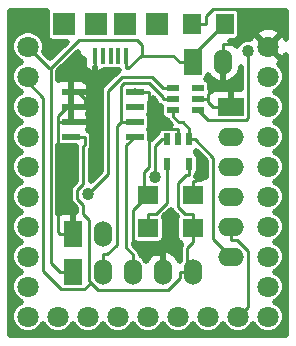
<source format=gbr>
G04 #@! TF.FileFunction,Copper,L1,Top,Signal*
%FSLAX46Y46*%
G04 Gerber Fmt 4.6, Leading zero omitted, Abs format (unit mm)*
G04 Created by KiCad (PCBNEW 0.201509030901+6151~29~ubuntu14.04.1-product) date lun 07 set 2015 18:00:12 CEST*
%MOMM*%
G01*
G04 APERTURE LIST*
%ADD10C,0.100000*%
%ADD11C,1.800000*%
%ADD12R,1.550000X0.600000*%
%ADD13R,1.600200X1.803400*%
%ADD14R,1.803400X1.600200*%
%ADD15R,1.524000X2.199640*%
%ADD16O,1.524000X2.199640*%
%ADD17R,2.199640X1.524000*%
%ADD18O,2.199640X1.524000*%
%ADD19R,1.000760X0.599440*%
%ADD20R,0.599440X1.000760*%
%ADD21R,1.897380X1.897380*%
%ADD22R,0.398780X1.348740*%
%ADD23R,0.398780X1.346200*%
%ADD24C,1.035000*%
%ADD25C,0.254000*%
%ADD26C,0.508000*%
G04 APERTURE END LIST*
D10*
D11*
X138430000Y-92710000D03*
X138430000Y-95250000D03*
X138430000Y-97790000D03*
X138430000Y-100330000D03*
X138430000Y-102870000D03*
X138430000Y-105410000D03*
X138430000Y-107950000D03*
X138430000Y-110490000D03*
X138430000Y-113030000D03*
X138430000Y-115570000D03*
X140970000Y-115570000D03*
X143510000Y-115570000D03*
X146050000Y-115570000D03*
X148590000Y-115570000D03*
X151130000Y-115570000D03*
X153670000Y-115570000D03*
X156210000Y-115570000D03*
X158750000Y-113030000D03*
X158750000Y-110490000D03*
X158750000Y-107950000D03*
X158750000Y-105410000D03*
X158750000Y-102870000D03*
X158750000Y-100330000D03*
X158750000Y-97790000D03*
X158750000Y-95250000D03*
X158750000Y-115570000D03*
X158750000Y-92710000D03*
D12*
X147480000Y-100330000D03*
X147480000Y-99060000D03*
X147480000Y-97790000D03*
X147480000Y-96520000D03*
X142080000Y-96520000D03*
X142080000Y-97790000D03*
X142080000Y-99060000D03*
X142080000Y-100330000D03*
D13*
X155067000Y-90805000D03*
X152273000Y-90805000D03*
D14*
X148590000Y-108077000D03*
X148590000Y-105283000D03*
X152400000Y-108077000D03*
X152400000Y-105283000D03*
D15*
X152400000Y-93980000D03*
D16*
X154940000Y-93980000D03*
D17*
X155575000Y-97790000D03*
D18*
X155575000Y-100330000D03*
X155575000Y-102870000D03*
X155575000Y-105410000D03*
X155575000Y-107950000D03*
X155575000Y-110490000D03*
D15*
X142240000Y-111760000D03*
D16*
X144780000Y-111760000D03*
X147320000Y-111760000D03*
X149860000Y-111760000D03*
X152400000Y-111760000D03*
D15*
X142240000Y-108585000D03*
D16*
X144780000Y-108585000D03*
D19*
X152821640Y-98107500D03*
X152821640Y-96202500D03*
X152821640Y-97155000D03*
X150708360Y-96202500D03*
X150708360Y-98107500D03*
X150708360Y-97155000D03*
D20*
X152082500Y-100543360D03*
X150177500Y-100543360D03*
X151130000Y-100543360D03*
X150177500Y-102656640D03*
X152082500Y-102656640D03*
D21*
X146613880Y-90805000D03*
X144216120Y-90805000D03*
X141465300Y-90805000D03*
X149364700Y-90805000D03*
D22*
X146715480Y-93479620D03*
D23*
X146062700Y-93479620D03*
X145415000Y-93479620D03*
X144767300Y-93479620D03*
X144114520Y-93479620D03*
D24*
X152984300Y-103651700D03*
X149231500Y-99568500D03*
X144304300Y-97046000D03*
X149170100Y-103703400D03*
X157026100Y-93108400D03*
X143505100Y-105220000D03*
D25*
X157058700Y-114721300D02*
X156210000Y-115570000D01*
X157058700Y-110005400D02*
X157058700Y-114721300D01*
X156146600Y-109093300D02*
X157058700Y-110005400D01*
X155575000Y-109093300D02*
X156146600Y-109093300D01*
X155575000Y-107950000D02*
X155575000Y-109093300D01*
X149254500Y-106895600D02*
X148590000Y-106895600D01*
X150177500Y-105972600D02*
X149254500Y-106895600D01*
X150177500Y-102656600D02*
X150177500Y-105972600D01*
X148590000Y-108077000D02*
X148590000Y-106895600D01*
X149860000Y-111760000D02*
X149860000Y-110278800D01*
X144114500Y-93479600D02*
X144114500Y-94534000D01*
X144114500Y-95641800D02*
X143236300Y-96520000D01*
X144114500Y-94534000D02*
X144114500Y-95641800D01*
X142080000Y-97790000D02*
X141791000Y-97790000D01*
X140923700Y-98585000D02*
X140923700Y-99060000D01*
X141718700Y-97790000D02*
X140923700Y-98585000D01*
X141791000Y-97790000D02*
X141718700Y-97790000D01*
X142080000Y-99060000D02*
X140923700Y-99060000D01*
X140923700Y-108412000D02*
X140923700Y-99060000D01*
X141096700Y-108585000D02*
X140923700Y-108412000D01*
X142240000Y-108585000D02*
X141096700Y-108585000D01*
X142080000Y-96520000D02*
X142658200Y-96520000D01*
X142658200Y-96520000D02*
X143236300Y-96520000D01*
X142080000Y-97790000D02*
X143236300Y-97790000D01*
X155575000Y-97790000D02*
X154093900Y-97790000D01*
X152821600Y-97155000D02*
X153576200Y-97155000D01*
X148497300Y-110278800D02*
X149860000Y-110278800D01*
X147306900Y-109088400D02*
X148497300Y-110278800D01*
X147306900Y-106566100D02*
X147306900Y-109088400D01*
X148590000Y-105283000D02*
X147306900Y-106566100D01*
X152400000Y-105283000D02*
X152400000Y-104101600D01*
X152534400Y-104101600D02*
X152400000Y-104101600D01*
X152984300Y-103651700D02*
X152534400Y-104101600D01*
X147480000Y-96520000D02*
X148636300Y-96520000D01*
X148636300Y-98973300D02*
X149231500Y-99568500D01*
X148636300Y-96520000D02*
X148636300Y-98973300D01*
X151130000Y-100543400D02*
X151130000Y-99661700D01*
X148249600Y-104942600D02*
X148590000Y-105283000D01*
X148249600Y-103322100D02*
X148249600Y-104942600D01*
X148661700Y-102910000D02*
X148249600Y-103322100D01*
X148661700Y-100324700D02*
X148661700Y-102910000D01*
X149324700Y-99661700D02*
X148661700Y-100324700D01*
X149231500Y-99568500D02*
X149324700Y-99661700D01*
X149324700Y-99661700D02*
X151130000Y-99661700D01*
X153576200Y-97155000D02*
X153703300Y-97155000D01*
X153703300Y-97399400D02*
X154093900Y-97790000D01*
X153703300Y-97155000D02*
X153703300Y-97399400D01*
X153703300Y-96697900D02*
X154940000Y-95461200D01*
X153703300Y-97155000D02*
X153703300Y-96697900D01*
X143288400Y-97046000D02*
X143236300Y-97098100D01*
X144304300Y-97046000D02*
X143288400Y-97046000D01*
X142658200Y-96520000D02*
X143236300Y-97098100D01*
X143236300Y-97098100D02*
X143236300Y-97790000D01*
X152273000Y-90805000D02*
X153454400Y-90805000D01*
X154940000Y-94131500D02*
X154940000Y-95461200D01*
X154940000Y-94131500D02*
X154940000Y-93980000D01*
X154940000Y-93980000D02*
X154940000Y-92498800D01*
X158750000Y-92710000D02*
X157147600Y-91107600D01*
X155756400Y-92498800D02*
X157147600Y-91107600D01*
X154940000Y-92498800D02*
X155756400Y-92498800D01*
X153454400Y-90140500D02*
X153454400Y-90805000D01*
X154073000Y-89521900D02*
X153454400Y-90140500D01*
X156121000Y-89521900D02*
X154073000Y-89521900D01*
X157147600Y-90548500D02*
X156121000Y-89521900D01*
X157147600Y-91107600D02*
X157147600Y-90548500D01*
X142240000Y-111760000D02*
X141096700Y-111760000D01*
X146715500Y-93479600D02*
X146715500Y-94535300D01*
X140236300Y-94516300D02*
X140371500Y-94516300D01*
X138430000Y-92710000D02*
X140236300Y-94516300D01*
X140371500Y-111034800D02*
X141096700Y-111760000D01*
X140371500Y-94516300D02*
X140371500Y-111034800D01*
X152542800Y-100543400D02*
X152082500Y-100543400D01*
X154093700Y-102094300D02*
X152542800Y-100543400D01*
X154093700Y-109008700D02*
X154093700Y-102094300D01*
X155575000Y-110490000D02*
X154093700Y-109008700D01*
X150708400Y-98620700D02*
X150708400Y-98107500D01*
X151200800Y-99113100D02*
X150708400Y-98620700D01*
X151533900Y-99113100D02*
X151200800Y-99113100D01*
X152082500Y-99661700D02*
X151533900Y-99113100D01*
X152082500Y-100543400D02*
X152082500Y-99661700D01*
X149742400Y-100543400D02*
X150177500Y-100543400D01*
X149170100Y-101115700D02*
X149742400Y-100543400D01*
X149170100Y-103703400D02*
X149170100Y-101115700D01*
X142733500Y-92154300D02*
X140371500Y-94516300D01*
X147670600Y-92154300D02*
X142733500Y-92154300D01*
X148107700Y-92591400D02*
X147670600Y-92154300D01*
X148107700Y-93455300D02*
X148107700Y-92591400D01*
X147974300Y-93455300D02*
X148107700Y-93455300D01*
X146894300Y-94535300D02*
X147974300Y-93455300D01*
X146715500Y-94535300D02*
X146894300Y-94535300D01*
X150732000Y-93455300D02*
X151256700Y-93980000D01*
X148107700Y-93455300D02*
X150732000Y-93455300D01*
X152400000Y-93980000D02*
X151828400Y-93980000D01*
X151828400Y-93980000D02*
X151256700Y-93980000D01*
X155003400Y-90805000D02*
X155067000Y-90805000D01*
X151828400Y-93980000D02*
X155003400Y-90805000D01*
X142080000Y-100330000D02*
X143236300Y-100330000D01*
X151735500Y-106895600D02*
X152400000Y-106895600D01*
X151101200Y-106261300D02*
X151735500Y-106895600D01*
X151101200Y-104264200D02*
X151101200Y-106261300D01*
X151827100Y-103538300D02*
X151101200Y-104264200D01*
X152082500Y-103538300D02*
X151827100Y-103538300D01*
X152082500Y-102656600D02*
X152082500Y-103538300D01*
X152400000Y-108077000D02*
X152400000Y-106895600D01*
X138430000Y-95719000D02*
X138430000Y-95250000D01*
X139728000Y-97017000D02*
X138430000Y-95719000D01*
X139728000Y-111732400D02*
X139728000Y-97017000D01*
X141236800Y-113241200D02*
X139728000Y-111732400D01*
X143172000Y-113241200D02*
X141236800Y-113241200D01*
X143729600Y-112683600D02*
X143172000Y-113241200D01*
X151256700Y-112331600D02*
X151256700Y-111760000D01*
X150292600Y-113295700D02*
X151256700Y-112331600D01*
X144341600Y-113295700D02*
X150292600Y-113295700D01*
X143729600Y-112683600D02*
X144341600Y-113295700D01*
X152400000Y-111760000D02*
X151927600Y-111760000D01*
X151927600Y-111760000D02*
X151256700Y-111760000D01*
X151927600Y-109730800D02*
X152400000Y-109258400D01*
X151927600Y-111760000D02*
X151927600Y-109730800D01*
X152400000Y-108077000D02*
X152400000Y-109258400D01*
X153647500Y-98933400D02*
X152821600Y-98107500D01*
X156869300Y-98933400D02*
X153647500Y-98933400D01*
X157082600Y-98720100D02*
X156869300Y-98933400D01*
X157082600Y-93164900D02*
X157082600Y-98720100D01*
X157026100Y-93108400D02*
X157082600Y-93164900D01*
X143577000Y-112531100D02*
X143729600Y-112683600D01*
X143577000Y-107392000D02*
X143577000Y-112531100D01*
X143090700Y-106905700D02*
X143577000Y-107392000D01*
X143090700Y-106076600D02*
X143090700Y-106905700D01*
X142606300Y-105592200D02*
X143090700Y-106076600D01*
X142606300Y-104847800D02*
X142606300Y-105592200D01*
X143093700Y-104360400D02*
X142606300Y-104847800D01*
X143093700Y-101154000D02*
X143093700Y-104360400D01*
X143236300Y-101011400D02*
X143093700Y-101154000D01*
X143236300Y-100330000D02*
X143236300Y-101011400D01*
X144780000Y-111760000D02*
X144780000Y-110278800D01*
X147480000Y-99060000D02*
X146323700Y-99060000D01*
X150708400Y-97155000D02*
X149826700Y-97155000D01*
X146323700Y-96055900D02*
X146323700Y-99060000D01*
X146577200Y-95802400D02*
X146323700Y-96055900D01*
X148637700Y-95802400D02*
X146577200Y-95802400D01*
X149826700Y-96991400D02*
X148637700Y-95802400D01*
X149826700Y-97155000D02*
X149826700Y-96991400D01*
X145103500Y-110278800D02*
X144780000Y-110278800D01*
X145927800Y-109454500D02*
X145103500Y-110278800D01*
X145927800Y-99455900D02*
X145927800Y-109454500D01*
X146323700Y-99060000D02*
X145927800Y-99455900D01*
X146761000Y-101049000D02*
X147480000Y-100330000D01*
X146761000Y-109719800D02*
X146761000Y-101049000D01*
X147320000Y-110278800D02*
X146761000Y-109719800D01*
X147320000Y-111760000D02*
X147320000Y-110278800D01*
X145217800Y-103507300D02*
X143505100Y-105220000D01*
X145217800Y-96430300D02*
X145217800Y-103507300D01*
X146374900Y-95273200D02*
X145217800Y-96430300D01*
X148897400Y-95273200D02*
X146374900Y-95273200D01*
X149826700Y-96202500D02*
X148897400Y-95273200D01*
X150708400Y-96202500D02*
X149826700Y-96202500D01*
D26*
G36*
X139998658Y-89856310D02*
X139998658Y-91753690D01*
X140034080Y-91941943D01*
X140145338Y-92114843D01*
X140315098Y-92230835D01*
X140516610Y-92271642D01*
X141718133Y-92271642D01*
X140303900Y-93685874D01*
X139770732Y-93152706D01*
X139837755Y-92991297D01*
X139838244Y-92431160D01*
X139624340Y-91913474D01*
X139228609Y-91517052D01*
X138711297Y-91302245D01*
X138151160Y-91301756D01*
X137633474Y-91515660D01*
X137237052Y-91911391D01*
X137022245Y-92428703D01*
X137021756Y-92988840D01*
X137235660Y-93506526D01*
X137631391Y-93902948D01*
X137816769Y-93979924D01*
X137633474Y-94055660D01*
X137237052Y-94451391D01*
X137022245Y-94968703D01*
X137021756Y-95528840D01*
X137235660Y-96046526D01*
X137631391Y-96442948D01*
X137816769Y-96519924D01*
X137633474Y-96595660D01*
X137237052Y-96991391D01*
X137022245Y-97508703D01*
X137021756Y-98068840D01*
X137235660Y-98586526D01*
X137631391Y-98982948D01*
X137816769Y-99059924D01*
X137633474Y-99135660D01*
X137237052Y-99531391D01*
X137022245Y-100048703D01*
X137021756Y-100608840D01*
X137235660Y-101126526D01*
X137631391Y-101522948D01*
X137816769Y-101599924D01*
X137633474Y-101675660D01*
X137237052Y-102071391D01*
X137022245Y-102588703D01*
X137021756Y-103148840D01*
X137235660Y-103666526D01*
X137631391Y-104062948D01*
X137816769Y-104139924D01*
X137633474Y-104215660D01*
X137237052Y-104611391D01*
X137022245Y-105128703D01*
X137021756Y-105688840D01*
X137235660Y-106206526D01*
X137631391Y-106602948D01*
X137816769Y-106679924D01*
X137633474Y-106755660D01*
X137237052Y-107151391D01*
X137022245Y-107668703D01*
X137021756Y-108228840D01*
X137235660Y-108746526D01*
X137631391Y-109142948D01*
X137816769Y-109219924D01*
X137633474Y-109295660D01*
X137237052Y-109691391D01*
X137022245Y-110208703D01*
X137021756Y-110768840D01*
X137235660Y-111286526D01*
X137631391Y-111682948D01*
X137816769Y-111759924D01*
X137633474Y-111835660D01*
X137237052Y-112231391D01*
X137022245Y-112748703D01*
X137021756Y-113308840D01*
X137235660Y-113826526D01*
X137631391Y-114222948D01*
X137816769Y-114299924D01*
X137633474Y-114375660D01*
X137237052Y-114771391D01*
X137022245Y-115288703D01*
X137021756Y-115848840D01*
X137235660Y-116366526D01*
X137631391Y-116762948D01*
X138148703Y-116977755D01*
X138708840Y-116978244D01*
X139226526Y-116764340D01*
X139622948Y-116368609D01*
X139699924Y-116183231D01*
X139775660Y-116366526D01*
X140171391Y-116762948D01*
X140688703Y-116977755D01*
X141248840Y-116978244D01*
X141766526Y-116764340D01*
X142162948Y-116368609D01*
X142239924Y-116183231D01*
X142315660Y-116366526D01*
X142711391Y-116762948D01*
X143228703Y-116977755D01*
X143788840Y-116978244D01*
X144306526Y-116764340D01*
X144702948Y-116368609D01*
X144779924Y-116183231D01*
X144855660Y-116366526D01*
X145251391Y-116762948D01*
X145768703Y-116977755D01*
X146328840Y-116978244D01*
X146846526Y-116764340D01*
X147242948Y-116368609D01*
X147319924Y-116183231D01*
X147395660Y-116366526D01*
X147791391Y-116762948D01*
X148308703Y-116977755D01*
X148868840Y-116978244D01*
X149386526Y-116764340D01*
X149782948Y-116368609D01*
X149859924Y-116183231D01*
X149935660Y-116366526D01*
X150331391Y-116762948D01*
X150848703Y-116977755D01*
X151408840Y-116978244D01*
X151926526Y-116764340D01*
X152322948Y-116368609D01*
X152399924Y-116183231D01*
X152475660Y-116366526D01*
X152871391Y-116762948D01*
X153388703Y-116977755D01*
X153948840Y-116978244D01*
X154466526Y-116764340D01*
X154862948Y-116368609D01*
X154939924Y-116183231D01*
X155015660Y-116366526D01*
X155411391Y-116762948D01*
X155928703Y-116977755D01*
X156488840Y-116978244D01*
X157006526Y-116764340D01*
X157402948Y-116368609D01*
X157479924Y-116183231D01*
X157555660Y-116366526D01*
X157951391Y-116762948D01*
X158468703Y-116977755D01*
X159028840Y-116978244D01*
X159546526Y-116764340D01*
X159942948Y-116368609D01*
X160157755Y-115851297D01*
X160158244Y-115291160D01*
X159944340Y-114773474D01*
X159548609Y-114377052D01*
X159363231Y-114300076D01*
X159546526Y-114224340D01*
X159942948Y-113828609D01*
X160157755Y-113311297D01*
X160158244Y-112751160D01*
X159944340Y-112233474D01*
X159548609Y-111837052D01*
X159363231Y-111760076D01*
X159546526Y-111684340D01*
X159942948Y-111288609D01*
X160157755Y-110771297D01*
X160158244Y-110211160D01*
X159944340Y-109693474D01*
X159548609Y-109297052D01*
X159363231Y-109220076D01*
X159546526Y-109144340D01*
X159942948Y-108748609D01*
X160157755Y-108231297D01*
X160158244Y-107671160D01*
X159944340Y-107153474D01*
X159548609Y-106757052D01*
X159363231Y-106680076D01*
X159546526Y-106604340D01*
X159942948Y-106208609D01*
X160157755Y-105691297D01*
X160158244Y-105131160D01*
X159944340Y-104613474D01*
X159548609Y-104217052D01*
X159363231Y-104140076D01*
X159546526Y-104064340D01*
X159942948Y-103668609D01*
X160157755Y-103151297D01*
X160158244Y-102591160D01*
X159944340Y-102073474D01*
X159548609Y-101677052D01*
X159363231Y-101600076D01*
X159546526Y-101524340D01*
X159942948Y-101128609D01*
X160157755Y-100611297D01*
X160158244Y-100051160D01*
X159944340Y-99533474D01*
X159548609Y-99137052D01*
X159363231Y-99060076D01*
X159546526Y-98984340D01*
X159942948Y-98588609D01*
X160157755Y-98071297D01*
X160158244Y-97511160D01*
X159944340Y-96993474D01*
X159548609Y-96597052D01*
X159363231Y-96520076D01*
X159546526Y-96444340D01*
X159942948Y-96048609D01*
X160157755Y-95531297D01*
X160158244Y-94971160D01*
X159944340Y-94453474D01*
X159642650Y-94151258D01*
X159746232Y-94082047D01*
X159813722Y-93774429D01*
X158750000Y-92710707D01*
X158735858Y-92724850D01*
X158735151Y-92724143D01*
X158749293Y-92710000D01*
X157685571Y-91646278D01*
X157377953Y-91713768D01*
X157207840Y-92083058D01*
X156823010Y-92082722D01*
X156445960Y-92238516D01*
X156157230Y-92526742D01*
X156094472Y-92677880D01*
X156017984Y-92563489D01*
X155523130Y-92233073D01*
X155493272Y-92224652D01*
X155867100Y-92224652D01*
X156055353Y-92189230D01*
X156228253Y-92077972D01*
X156344245Y-91908212D01*
X156385052Y-91706700D01*
X156385052Y-91645571D01*
X157686278Y-91645571D01*
X158750000Y-92709293D01*
X159813722Y-91645571D01*
X159746232Y-91337953D01*
X159145339Y-91061153D01*
X158484259Y-91035375D01*
X157863636Y-91264542D01*
X157753768Y-91337953D01*
X157686278Y-91645571D01*
X156385052Y-91645571D01*
X156385052Y-89903300D01*
X156349630Y-89715047D01*
X156315495Y-89662000D01*
X160274000Y-89662000D01*
X160274000Y-92036341D01*
X160195458Y-91823636D01*
X160122047Y-91713768D01*
X159814429Y-91646278D01*
X158750707Y-92710000D01*
X159814429Y-93773722D01*
X160122047Y-93706232D01*
X160274000Y-93376364D01*
X160274000Y-117094000D01*
X136906000Y-117094000D01*
X136906000Y-89662000D01*
X140038007Y-89662000D01*
X139998658Y-89856310D01*
X139998658Y-89856310D01*
G37*
X139998658Y-89856310D02*
X139998658Y-91753690D01*
X140034080Y-91941943D01*
X140145338Y-92114843D01*
X140315098Y-92230835D01*
X140516610Y-92271642D01*
X141718133Y-92271642D01*
X140303900Y-93685874D01*
X139770732Y-93152706D01*
X139837755Y-92991297D01*
X139838244Y-92431160D01*
X139624340Y-91913474D01*
X139228609Y-91517052D01*
X138711297Y-91302245D01*
X138151160Y-91301756D01*
X137633474Y-91515660D01*
X137237052Y-91911391D01*
X137022245Y-92428703D01*
X137021756Y-92988840D01*
X137235660Y-93506526D01*
X137631391Y-93902948D01*
X137816769Y-93979924D01*
X137633474Y-94055660D01*
X137237052Y-94451391D01*
X137022245Y-94968703D01*
X137021756Y-95528840D01*
X137235660Y-96046526D01*
X137631391Y-96442948D01*
X137816769Y-96519924D01*
X137633474Y-96595660D01*
X137237052Y-96991391D01*
X137022245Y-97508703D01*
X137021756Y-98068840D01*
X137235660Y-98586526D01*
X137631391Y-98982948D01*
X137816769Y-99059924D01*
X137633474Y-99135660D01*
X137237052Y-99531391D01*
X137022245Y-100048703D01*
X137021756Y-100608840D01*
X137235660Y-101126526D01*
X137631391Y-101522948D01*
X137816769Y-101599924D01*
X137633474Y-101675660D01*
X137237052Y-102071391D01*
X137022245Y-102588703D01*
X137021756Y-103148840D01*
X137235660Y-103666526D01*
X137631391Y-104062948D01*
X137816769Y-104139924D01*
X137633474Y-104215660D01*
X137237052Y-104611391D01*
X137022245Y-105128703D01*
X137021756Y-105688840D01*
X137235660Y-106206526D01*
X137631391Y-106602948D01*
X137816769Y-106679924D01*
X137633474Y-106755660D01*
X137237052Y-107151391D01*
X137022245Y-107668703D01*
X137021756Y-108228840D01*
X137235660Y-108746526D01*
X137631391Y-109142948D01*
X137816769Y-109219924D01*
X137633474Y-109295660D01*
X137237052Y-109691391D01*
X137022245Y-110208703D01*
X137021756Y-110768840D01*
X137235660Y-111286526D01*
X137631391Y-111682948D01*
X137816769Y-111759924D01*
X137633474Y-111835660D01*
X137237052Y-112231391D01*
X137022245Y-112748703D01*
X137021756Y-113308840D01*
X137235660Y-113826526D01*
X137631391Y-114222948D01*
X137816769Y-114299924D01*
X137633474Y-114375660D01*
X137237052Y-114771391D01*
X137022245Y-115288703D01*
X137021756Y-115848840D01*
X137235660Y-116366526D01*
X137631391Y-116762948D01*
X138148703Y-116977755D01*
X138708840Y-116978244D01*
X139226526Y-116764340D01*
X139622948Y-116368609D01*
X139699924Y-116183231D01*
X139775660Y-116366526D01*
X140171391Y-116762948D01*
X140688703Y-116977755D01*
X141248840Y-116978244D01*
X141766526Y-116764340D01*
X142162948Y-116368609D01*
X142239924Y-116183231D01*
X142315660Y-116366526D01*
X142711391Y-116762948D01*
X143228703Y-116977755D01*
X143788840Y-116978244D01*
X144306526Y-116764340D01*
X144702948Y-116368609D01*
X144779924Y-116183231D01*
X144855660Y-116366526D01*
X145251391Y-116762948D01*
X145768703Y-116977755D01*
X146328840Y-116978244D01*
X146846526Y-116764340D01*
X147242948Y-116368609D01*
X147319924Y-116183231D01*
X147395660Y-116366526D01*
X147791391Y-116762948D01*
X148308703Y-116977755D01*
X148868840Y-116978244D01*
X149386526Y-116764340D01*
X149782948Y-116368609D01*
X149859924Y-116183231D01*
X149935660Y-116366526D01*
X150331391Y-116762948D01*
X150848703Y-116977755D01*
X151408840Y-116978244D01*
X151926526Y-116764340D01*
X152322948Y-116368609D01*
X152399924Y-116183231D01*
X152475660Y-116366526D01*
X152871391Y-116762948D01*
X153388703Y-116977755D01*
X153948840Y-116978244D01*
X154466526Y-116764340D01*
X154862948Y-116368609D01*
X154939924Y-116183231D01*
X155015660Y-116366526D01*
X155411391Y-116762948D01*
X155928703Y-116977755D01*
X156488840Y-116978244D01*
X157006526Y-116764340D01*
X157402948Y-116368609D01*
X157479924Y-116183231D01*
X157555660Y-116366526D01*
X157951391Y-116762948D01*
X158468703Y-116977755D01*
X159028840Y-116978244D01*
X159546526Y-116764340D01*
X159942948Y-116368609D01*
X160157755Y-115851297D01*
X160158244Y-115291160D01*
X159944340Y-114773474D01*
X159548609Y-114377052D01*
X159363231Y-114300076D01*
X159546526Y-114224340D01*
X159942948Y-113828609D01*
X160157755Y-113311297D01*
X160158244Y-112751160D01*
X159944340Y-112233474D01*
X159548609Y-111837052D01*
X159363231Y-111760076D01*
X159546526Y-111684340D01*
X159942948Y-111288609D01*
X160157755Y-110771297D01*
X160158244Y-110211160D01*
X159944340Y-109693474D01*
X159548609Y-109297052D01*
X159363231Y-109220076D01*
X159546526Y-109144340D01*
X159942948Y-108748609D01*
X160157755Y-108231297D01*
X160158244Y-107671160D01*
X159944340Y-107153474D01*
X159548609Y-106757052D01*
X159363231Y-106680076D01*
X159546526Y-106604340D01*
X159942948Y-106208609D01*
X160157755Y-105691297D01*
X160158244Y-105131160D01*
X159944340Y-104613474D01*
X159548609Y-104217052D01*
X159363231Y-104140076D01*
X159546526Y-104064340D01*
X159942948Y-103668609D01*
X160157755Y-103151297D01*
X160158244Y-102591160D01*
X159944340Y-102073474D01*
X159548609Y-101677052D01*
X159363231Y-101600076D01*
X159546526Y-101524340D01*
X159942948Y-101128609D01*
X160157755Y-100611297D01*
X160158244Y-100051160D01*
X159944340Y-99533474D01*
X159548609Y-99137052D01*
X159363231Y-99060076D01*
X159546526Y-98984340D01*
X159942948Y-98588609D01*
X160157755Y-98071297D01*
X160158244Y-97511160D01*
X159944340Y-96993474D01*
X159548609Y-96597052D01*
X159363231Y-96520076D01*
X159546526Y-96444340D01*
X159942948Y-96048609D01*
X160157755Y-95531297D01*
X160158244Y-94971160D01*
X159944340Y-94453474D01*
X159642650Y-94151258D01*
X159746232Y-94082047D01*
X159813722Y-93774429D01*
X158750000Y-92710707D01*
X158735858Y-92724850D01*
X158735151Y-92724143D01*
X158749293Y-92710000D01*
X157685571Y-91646278D01*
X157377953Y-91713768D01*
X157207840Y-92083058D01*
X156823010Y-92082722D01*
X156445960Y-92238516D01*
X156157230Y-92526742D01*
X156094472Y-92677880D01*
X156017984Y-92563489D01*
X155523130Y-92233073D01*
X155493272Y-92224652D01*
X155867100Y-92224652D01*
X156055353Y-92189230D01*
X156228253Y-92077972D01*
X156344245Y-91908212D01*
X156385052Y-91706700D01*
X156385052Y-91645571D01*
X157686278Y-91645571D01*
X158750000Y-92709293D01*
X159813722Y-91645571D01*
X159746232Y-91337953D01*
X159145339Y-91061153D01*
X158484259Y-91035375D01*
X157863636Y-91264542D01*
X157753768Y-91337953D01*
X157686278Y-91645571D01*
X156385052Y-91645571D01*
X156385052Y-89903300D01*
X156349630Y-89715047D01*
X156315495Y-89662000D01*
X160274000Y-89662000D01*
X160274000Y-92036341D01*
X160195458Y-91823636D01*
X160122047Y-91713768D01*
X159814429Y-91646278D01*
X158750707Y-92710000D01*
X159814429Y-93773722D01*
X160122047Y-93706232D01*
X160274000Y-93376364D01*
X160274000Y-117094000D01*
X136906000Y-117094000D01*
X136906000Y-89662000D01*
X140038007Y-89662000D01*
X139998658Y-89856310D01*
G36*
X150652187Y-106710313D02*
X151020499Y-107078625D01*
X150980348Y-107276900D01*
X150980348Y-108877100D01*
X151015770Y-109065353D01*
X151127028Y-109238253D01*
X151296788Y-109354245D01*
X151414275Y-109378037D01*
X151340936Y-109487796D01*
X151292600Y-109730800D01*
X151292600Y-110806006D01*
X151269279Y-110840908D01*
X151268725Y-110838126D01*
X150937984Y-110343489D01*
X150443130Y-110013073D01*
X150099056Y-109916033D01*
X149860500Y-110087930D01*
X149860500Y-111759500D01*
X149880500Y-111759500D01*
X149880500Y-111760500D01*
X149860500Y-111760500D01*
X149860500Y-111780500D01*
X149859500Y-111780500D01*
X149859500Y-111760500D01*
X149839500Y-111760500D01*
X149839500Y-111759500D01*
X149859500Y-111759500D01*
X149859500Y-110087930D01*
X149620944Y-109916033D01*
X149276870Y-110013073D01*
X148782016Y-110343489D01*
X148451275Y-110838126D01*
X148450721Y-110840908D01*
X148218026Y-110492655D01*
X147955000Y-110316907D01*
X147955000Y-110278800D01*
X147935951Y-110183035D01*
X147906664Y-110035795D01*
X147769013Y-109829787D01*
X147396000Y-109456774D01*
X147396000Y-109292212D01*
X147486788Y-109354245D01*
X147688300Y-109395052D01*
X149491700Y-109395052D01*
X149679953Y-109359630D01*
X149852853Y-109248372D01*
X149968845Y-109078612D01*
X150009652Y-108877100D01*
X150009652Y-107276900D01*
X149974230Y-107088647D01*
X149968454Y-107079672D01*
X150526266Y-106521860D01*
X150652187Y-106710313D01*
X150652187Y-106710313D01*
G37*
X150652187Y-106710313D02*
X151020499Y-107078625D01*
X150980348Y-107276900D01*
X150980348Y-108877100D01*
X151015770Y-109065353D01*
X151127028Y-109238253D01*
X151296788Y-109354245D01*
X151414275Y-109378037D01*
X151340936Y-109487796D01*
X151292600Y-109730800D01*
X151292600Y-110806006D01*
X151269279Y-110840908D01*
X151268725Y-110838126D01*
X150937984Y-110343489D01*
X150443130Y-110013073D01*
X150099056Y-109916033D01*
X149860500Y-110087930D01*
X149860500Y-111759500D01*
X149880500Y-111759500D01*
X149880500Y-111760500D01*
X149860500Y-111760500D01*
X149860500Y-111780500D01*
X149859500Y-111780500D01*
X149859500Y-111760500D01*
X149839500Y-111760500D01*
X149839500Y-111759500D01*
X149859500Y-111759500D01*
X149859500Y-110087930D01*
X149620944Y-109916033D01*
X149276870Y-110013073D01*
X148782016Y-110343489D01*
X148451275Y-110838126D01*
X148450721Y-110840908D01*
X148218026Y-110492655D01*
X147955000Y-110316907D01*
X147955000Y-110278800D01*
X147935951Y-110183035D01*
X147906664Y-110035795D01*
X147769013Y-109829787D01*
X147396000Y-109456774D01*
X147396000Y-109292212D01*
X147486788Y-109354245D01*
X147688300Y-109395052D01*
X149491700Y-109395052D01*
X149679953Y-109359630D01*
X149852853Y-109248372D01*
X149968845Y-109078612D01*
X150009652Y-108877100D01*
X150009652Y-107276900D01*
X149974230Y-107088647D01*
X149968454Y-107079672D01*
X150526266Y-106521860D01*
X150652187Y-106710313D01*
G36*
X141103488Y-101107145D02*
X141305000Y-101147952D01*
X142459903Y-101147952D01*
X142458700Y-101154000D01*
X142458700Y-104097374D01*
X142157287Y-104398787D01*
X142019636Y-104604796D01*
X141971300Y-104847800D01*
X141971300Y-105592200D01*
X142019636Y-105835204D01*
X142157287Y-106041213D01*
X142455700Y-106339626D01*
X142455700Y-106722180D01*
X142431250Y-106722180D01*
X142240500Y-106912930D01*
X142240500Y-108584500D01*
X142260500Y-108584500D01*
X142260500Y-108585500D01*
X142240500Y-108585500D01*
X142240500Y-108605500D01*
X142239500Y-108605500D01*
X142239500Y-108585500D01*
X142219500Y-108585500D01*
X142219500Y-108584500D01*
X142239500Y-108584500D01*
X142239500Y-106912930D01*
X142048750Y-106722180D01*
X141326230Y-106722180D01*
X141045795Y-106838340D01*
X141006500Y-106877635D01*
X141006500Y-101040876D01*
X141103488Y-101107145D01*
X141103488Y-101107145D01*
G37*
X141103488Y-101107145D02*
X141305000Y-101147952D01*
X142459903Y-101147952D01*
X142458700Y-101154000D01*
X142458700Y-104097374D01*
X142157287Y-104398787D01*
X142019636Y-104604796D01*
X141971300Y-104847800D01*
X141971300Y-105592200D01*
X142019636Y-105835204D01*
X142157287Y-106041213D01*
X142455700Y-106339626D01*
X142455700Y-106722180D01*
X142431250Y-106722180D01*
X142240500Y-106912930D01*
X142240500Y-108584500D01*
X142260500Y-108584500D01*
X142260500Y-108585500D01*
X142240500Y-108585500D01*
X142240500Y-108605500D01*
X142239500Y-108605500D01*
X142239500Y-108585500D01*
X142219500Y-108585500D01*
X142219500Y-108584500D01*
X142239500Y-108584500D01*
X142239500Y-106912930D01*
X142048750Y-106722180D01*
X141326230Y-106722180D01*
X141045795Y-106838340D01*
X141006500Y-106877635D01*
X141006500Y-101040876D01*
X141103488Y-101107145D01*
G36*
X152400500Y-105282500D02*
X152420500Y-105282500D01*
X152420500Y-105283500D01*
X152400500Y-105283500D01*
X152400500Y-105303500D01*
X152399500Y-105303500D01*
X152399500Y-105283500D01*
X152379500Y-105283500D01*
X152379500Y-105282500D01*
X152399500Y-105282500D01*
X152399500Y-105262500D01*
X152400500Y-105262500D01*
X152400500Y-105282500D01*
X152400500Y-105282500D01*
G37*
X152400500Y-105282500D02*
X152420500Y-105282500D01*
X152420500Y-105283500D01*
X152400500Y-105283500D01*
X152400500Y-105303500D01*
X152399500Y-105303500D01*
X152399500Y-105283500D01*
X152379500Y-105283500D01*
X152379500Y-105282500D01*
X152399500Y-105282500D01*
X152399500Y-105262500D01*
X152400500Y-105262500D01*
X152400500Y-105282500D01*
G36*
X148590500Y-105282500D02*
X148610500Y-105282500D01*
X148610500Y-105283500D01*
X148590500Y-105283500D01*
X148590500Y-105303500D01*
X148589500Y-105303500D01*
X148589500Y-105283500D01*
X148569500Y-105283500D01*
X148569500Y-105282500D01*
X148589500Y-105282500D01*
X148589500Y-105262500D01*
X148590500Y-105262500D01*
X148590500Y-105282500D01*
X148590500Y-105282500D01*
G37*
X148590500Y-105282500D02*
X148610500Y-105282500D01*
X148610500Y-105283500D01*
X148590500Y-105283500D01*
X148590500Y-105303500D01*
X148589500Y-105303500D01*
X148589500Y-105283500D01*
X148569500Y-105283500D01*
X148569500Y-105282500D01*
X148589500Y-105282500D01*
X148589500Y-105262500D01*
X148590500Y-105262500D01*
X148590500Y-105282500D01*
G36*
X142748441Y-93464279D02*
X143003300Y-93719583D01*
X143152130Y-93781382D01*
X143152130Y-94304490D01*
X143268290Y-94584925D01*
X143482925Y-94799560D01*
X143763360Y-94915720D01*
X143923270Y-94915720D01*
X144114020Y-94724970D01*
X144114020Y-94385481D01*
X144115020Y-94387035D01*
X144115020Y-94724970D01*
X144305770Y-94915720D01*
X144465680Y-94915720D01*
X144746115Y-94799560D01*
X144875003Y-94670672D01*
X144966690Y-94670672D01*
X145095719Y-94646394D01*
X145215610Y-94670672D01*
X145614390Y-94670672D01*
X145743419Y-94646394D01*
X145863310Y-94670672D01*
X146107427Y-94670672D01*
X146113083Y-94699107D01*
X145925887Y-94824187D01*
X145925885Y-94824190D01*
X144768787Y-95981287D01*
X144631136Y-96187296D01*
X144582800Y-96430300D01*
X144582800Y-103244274D01*
X143728700Y-104098374D01*
X143728700Y-101395480D01*
X143822964Y-101254404D01*
X143871300Y-101011400D01*
X143871300Y-100330000D01*
X143822964Y-100086996D01*
X143685313Y-99880987D01*
X143512809Y-99765723D01*
X143618000Y-99511770D01*
X143618000Y-99251250D01*
X143427250Y-99060500D01*
X142080500Y-99060500D01*
X142080500Y-99080500D01*
X142079500Y-99080500D01*
X142079500Y-99060500D01*
X142059500Y-99060500D01*
X142059500Y-99059500D01*
X142079500Y-99059500D01*
X142079500Y-97790500D01*
X142080500Y-97790500D01*
X142080500Y-99059500D01*
X143427250Y-99059500D01*
X143618000Y-98868750D01*
X143618000Y-98608230D01*
X143542104Y-98425000D01*
X143618000Y-98241770D01*
X143618000Y-97981250D01*
X143427250Y-97790500D01*
X142080500Y-97790500D01*
X142079500Y-97790500D01*
X142059500Y-97790500D01*
X142059500Y-97789500D01*
X142079500Y-97789500D01*
X142079500Y-96520500D01*
X142080500Y-96520500D01*
X142080500Y-97789500D01*
X143427250Y-97789500D01*
X143618000Y-97598750D01*
X143618000Y-97338230D01*
X143542104Y-97155000D01*
X143618000Y-96971770D01*
X143618000Y-96711250D01*
X143427250Y-96520500D01*
X142080500Y-96520500D01*
X142079500Y-96520500D01*
X142059500Y-96520500D01*
X142059500Y-96519500D01*
X142079500Y-96519500D01*
X142079500Y-95647750D01*
X142080500Y-95647750D01*
X142080500Y-96519500D01*
X143427250Y-96519500D01*
X143618000Y-96328750D01*
X143618000Y-96068230D01*
X143501840Y-95787795D01*
X143287205Y-95573160D01*
X143006770Y-95457000D01*
X142271250Y-95457000D01*
X142080500Y-95647750D01*
X142079500Y-95647750D01*
X141888750Y-95457000D01*
X141153230Y-95457000D01*
X141006500Y-95517778D01*
X141006500Y-94779326D01*
X142623625Y-93162200D01*
X142748441Y-93464279D01*
X142748441Y-93464279D01*
G37*
X142748441Y-93464279D02*
X143003300Y-93719583D01*
X143152130Y-93781382D01*
X143152130Y-94304490D01*
X143268290Y-94584925D01*
X143482925Y-94799560D01*
X143763360Y-94915720D01*
X143923270Y-94915720D01*
X144114020Y-94724970D01*
X144114020Y-94385481D01*
X144115020Y-94387035D01*
X144115020Y-94724970D01*
X144305770Y-94915720D01*
X144465680Y-94915720D01*
X144746115Y-94799560D01*
X144875003Y-94670672D01*
X144966690Y-94670672D01*
X145095719Y-94646394D01*
X145215610Y-94670672D01*
X145614390Y-94670672D01*
X145743419Y-94646394D01*
X145863310Y-94670672D01*
X146107427Y-94670672D01*
X146113083Y-94699107D01*
X145925887Y-94824187D01*
X145925885Y-94824190D01*
X144768787Y-95981287D01*
X144631136Y-96187296D01*
X144582800Y-96430300D01*
X144582800Y-103244274D01*
X143728700Y-104098374D01*
X143728700Y-101395480D01*
X143822964Y-101254404D01*
X143871300Y-101011400D01*
X143871300Y-100330000D01*
X143822964Y-100086996D01*
X143685313Y-99880987D01*
X143512809Y-99765723D01*
X143618000Y-99511770D01*
X143618000Y-99251250D01*
X143427250Y-99060500D01*
X142080500Y-99060500D01*
X142080500Y-99080500D01*
X142079500Y-99080500D01*
X142079500Y-99060500D01*
X142059500Y-99060500D01*
X142059500Y-99059500D01*
X142079500Y-99059500D01*
X142079500Y-97790500D01*
X142080500Y-97790500D01*
X142080500Y-99059500D01*
X143427250Y-99059500D01*
X143618000Y-98868750D01*
X143618000Y-98608230D01*
X143542104Y-98425000D01*
X143618000Y-98241770D01*
X143618000Y-97981250D01*
X143427250Y-97790500D01*
X142080500Y-97790500D01*
X142079500Y-97790500D01*
X142059500Y-97790500D01*
X142059500Y-97789500D01*
X142079500Y-97789500D01*
X142079500Y-96520500D01*
X142080500Y-96520500D01*
X142080500Y-97789500D01*
X143427250Y-97789500D01*
X143618000Y-97598750D01*
X143618000Y-97338230D01*
X143542104Y-97155000D01*
X143618000Y-96971770D01*
X143618000Y-96711250D01*
X143427250Y-96520500D01*
X142080500Y-96520500D01*
X142079500Y-96520500D01*
X142059500Y-96520500D01*
X142059500Y-96519500D01*
X142079500Y-96519500D01*
X142079500Y-95647750D01*
X142080500Y-95647750D01*
X142080500Y-96519500D01*
X143427250Y-96519500D01*
X143618000Y-96328750D01*
X143618000Y-96068230D01*
X143501840Y-95787795D01*
X143287205Y-95573160D01*
X143006770Y-95457000D01*
X142271250Y-95457000D01*
X142080500Y-95647750D01*
X142079500Y-95647750D01*
X141888750Y-95457000D01*
X141153230Y-95457000D01*
X141006500Y-95517778D01*
X141006500Y-94779326D01*
X142623625Y-93162200D01*
X142748441Y-93464279D01*
G36*
X153458700Y-102357326D02*
X153458700Y-103722066D01*
X153453470Y-103719900D01*
X152681378Y-103719900D01*
X152715985Y-103545916D01*
X152743373Y-103528292D01*
X152859365Y-103358532D01*
X152900172Y-103157020D01*
X152900172Y-102156260D01*
X152864750Y-101968007D01*
X152753492Y-101795107D01*
X152654000Y-101727127D01*
X152654000Y-101552626D01*
X153458700Y-102357326D01*
X153458700Y-102357326D01*
G37*
X153458700Y-102357326D02*
X153458700Y-103722066D01*
X153453470Y-103719900D01*
X152681378Y-103719900D01*
X152715985Y-103545916D01*
X152743373Y-103528292D01*
X152859365Y-103358532D01*
X152900172Y-103157020D01*
X152900172Y-102156260D01*
X152864750Y-101968007D01*
X152753492Y-101795107D01*
X152654000Y-101727127D01*
X152654000Y-101552626D01*
X153458700Y-102357326D01*
G36*
X149216387Y-97279113D02*
X149240036Y-97398004D01*
X149377687Y-97604013D01*
X149583696Y-97741664D01*
X149698781Y-97764556D01*
X149690028Y-97807780D01*
X149690028Y-98407220D01*
X149725450Y-98595473D01*
X149836708Y-98768373D01*
X150006468Y-98884365D01*
X150155739Y-98914593D01*
X150259387Y-99069713D01*
X150530827Y-99341153D01*
X150398075Y-99396140D01*
X150269187Y-99525028D01*
X149877780Y-99525028D01*
X149689527Y-99560450D01*
X149516627Y-99671708D01*
X149400635Y-99841468D01*
X149359828Y-100042980D01*
X149359828Y-100049992D01*
X149293387Y-100094387D01*
X148772952Y-100614822D01*
X148772952Y-100030000D01*
X148737530Y-99841747D01*
X148642051Y-99693369D01*
X148732145Y-99561512D01*
X148772952Y-99360000D01*
X148772952Y-98760000D01*
X148737530Y-98571747D01*
X148642051Y-98423369D01*
X148732145Y-98291512D01*
X148772952Y-98090000D01*
X148772952Y-97490000D01*
X148755705Y-97398340D01*
X148901840Y-97252205D01*
X148986088Y-97048814D01*
X149216387Y-97279113D01*
X149216387Y-97279113D01*
G37*
X149216387Y-97279113D02*
X149240036Y-97398004D01*
X149377687Y-97604013D01*
X149583696Y-97741664D01*
X149698781Y-97764556D01*
X149690028Y-97807780D01*
X149690028Y-98407220D01*
X149725450Y-98595473D01*
X149836708Y-98768373D01*
X150006468Y-98884365D01*
X150155739Y-98914593D01*
X150259387Y-99069713D01*
X150530827Y-99341153D01*
X150398075Y-99396140D01*
X150269187Y-99525028D01*
X149877780Y-99525028D01*
X149689527Y-99560450D01*
X149516627Y-99671708D01*
X149400635Y-99841468D01*
X149359828Y-100042980D01*
X149359828Y-100049992D01*
X149293387Y-100094387D01*
X148772952Y-100614822D01*
X148772952Y-100030000D01*
X148737530Y-99841747D01*
X148642051Y-99693369D01*
X148732145Y-99561512D01*
X148772952Y-99360000D01*
X148772952Y-98760000D01*
X148737530Y-98571747D01*
X148642051Y-98423369D01*
X148732145Y-98291512D01*
X148772952Y-98090000D01*
X148772952Y-97490000D01*
X148755705Y-97398340D01*
X148901840Y-97252205D01*
X148986088Y-97048814D01*
X149216387Y-97279113D01*
G36*
X151130500Y-100542860D02*
X151150500Y-100542860D01*
X151150500Y-100543860D01*
X151130500Y-100543860D01*
X151130500Y-100563860D01*
X151129500Y-100563860D01*
X151129500Y-100543860D01*
X151109500Y-100543860D01*
X151109500Y-100542860D01*
X151129500Y-100542860D01*
X151129500Y-100522860D01*
X151130500Y-100522860D01*
X151130500Y-100542860D01*
X151130500Y-100542860D01*
G37*
X151130500Y-100542860D02*
X151150500Y-100542860D01*
X151150500Y-100543860D01*
X151130500Y-100543860D01*
X151130500Y-100563860D01*
X151129500Y-100563860D01*
X151129500Y-100543860D01*
X151109500Y-100543860D01*
X151109500Y-100542860D01*
X151129500Y-100542860D01*
X151129500Y-100522860D01*
X151130500Y-100522860D01*
X151130500Y-100542860D01*
G36*
X154940500Y-93979500D02*
X154960500Y-93979500D01*
X154960500Y-93980500D01*
X154940500Y-93980500D01*
X154940500Y-95652070D01*
X155179056Y-95823967D01*
X155523130Y-95726927D01*
X156017984Y-95396511D01*
X156348725Y-94901874D01*
X156447600Y-94405646D01*
X156447600Y-96265000D01*
X155766250Y-96265000D01*
X155575500Y-96455750D01*
X155575500Y-97789500D01*
X155595500Y-97789500D01*
X155595500Y-97790500D01*
X155575500Y-97790500D01*
X155575500Y-97810500D01*
X155574500Y-97810500D01*
X155574500Y-97790500D01*
X155554500Y-97790500D01*
X155554500Y-97789500D01*
X155574500Y-97789500D01*
X155574500Y-96455750D01*
X155383750Y-96265000D01*
X154323410Y-96265000D01*
X154042975Y-96381160D01*
X153978291Y-96445844D01*
X153968860Y-96423075D01*
X153839972Y-96294187D01*
X153839972Y-95902780D01*
X153804550Y-95714527D01*
X153693292Y-95541627D01*
X153535132Y-95433561D01*
X153639145Y-95281332D01*
X153673050Y-95113904D01*
X153862016Y-95396511D01*
X154356870Y-95726927D01*
X154700944Y-95823967D01*
X154939500Y-95652070D01*
X154939500Y-93980500D01*
X154919500Y-93980500D01*
X154919500Y-93979500D01*
X154939500Y-93979500D01*
X154939500Y-93959500D01*
X154940500Y-93959500D01*
X154940500Y-93979500D01*
X154940500Y-93979500D01*
G37*
X154940500Y-93979500D02*
X154960500Y-93979500D01*
X154960500Y-93980500D01*
X154940500Y-93980500D01*
X154940500Y-95652070D01*
X155179056Y-95823967D01*
X155523130Y-95726927D01*
X156017984Y-95396511D01*
X156348725Y-94901874D01*
X156447600Y-94405646D01*
X156447600Y-96265000D01*
X155766250Y-96265000D01*
X155575500Y-96455750D01*
X155575500Y-97789500D01*
X155595500Y-97789500D01*
X155595500Y-97790500D01*
X155575500Y-97790500D01*
X155575500Y-97810500D01*
X155574500Y-97810500D01*
X155574500Y-97790500D01*
X155554500Y-97790500D01*
X155554500Y-97789500D01*
X155574500Y-97789500D01*
X155574500Y-96455750D01*
X155383750Y-96265000D01*
X154323410Y-96265000D01*
X154042975Y-96381160D01*
X153978291Y-96445844D01*
X153968860Y-96423075D01*
X153839972Y-96294187D01*
X153839972Y-95902780D01*
X153804550Y-95714527D01*
X153693292Y-95541627D01*
X153535132Y-95433561D01*
X153639145Y-95281332D01*
X153673050Y-95113904D01*
X153862016Y-95396511D01*
X154356870Y-95726927D01*
X154700944Y-95823967D01*
X154939500Y-95652070D01*
X154939500Y-93980500D01*
X154919500Y-93980500D01*
X154919500Y-93979500D01*
X154939500Y-93979500D01*
X154939500Y-93959500D01*
X154940500Y-93959500D01*
X154940500Y-93979500D01*
G36*
X152822140Y-97154500D02*
X152842140Y-97154500D01*
X152842140Y-97155500D01*
X152822140Y-97155500D01*
X152822140Y-97175500D01*
X152821140Y-97175500D01*
X152821140Y-97155500D01*
X152801140Y-97155500D01*
X152801140Y-97154500D01*
X152821140Y-97154500D01*
X152821140Y-97134500D01*
X152822140Y-97134500D01*
X152822140Y-97154500D01*
X152822140Y-97154500D01*
G37*
X152822140Y-97154500D02*
X152842140Y-97154500D01*
X152842140Y-97155500D01*
X152822140Y-97155500D01*
X152822140Y-97175500D01*
X152821140Y-97175500D01*
X152821140Y-97155500D01*
X152801140Y-97155500D01*
X152801140Y-97154500D01*
X152821140Y-97154500D01*
X152821140Y-97134500D01*
X152822140Y-97134500D01*
X152822140Y-97154500D01*
G36*
X147480500Y-96519500D02*
X147500500Y-96519500D01*
X147500500Y-96520500D01*
X147480500Y-96520500D01*
X147480500Y-96540500D01*
X147479500Y-96540500D01*
X147479500Y-96520500D01*
X147459500Y-96520500D01*
X147459500Y-96519500D01*
X147479500Y-96519500D01*
X147479500Y-96499500D01*
X147480500Y-96499500D01*
X147480500Y-96519500D01*
X147480500Y-96519500D01*
G37*
X147480500Y-96519500D02*
X147500500Y-96519500D01*
X147500500Y-96520500D01*
X147480500Y-96520500D01*
X147480500Y-96540500D01*
X147479500Y-96540500D01*
X147479500Y-96520500D01*
X147459500Y-96520500D01*
X147459500Y-96519500D01*
X147479500Y-96519500D01*
X147479500Y-96499500D01*
X147480500Y-96499500D01*
X147480500Y-96519500D01*
G36*
X152273500Y-90804500D02*
X152293500Y-90804500D01*
X152293500Y-90805500D01*
X152273500Y-90805500D01*
X152273500Y-90825500D01*
X152272500Y-90825500D01*
X152272500Y-90805500D01*
X152252500Y-90805500D01*
X152252500Y-90804500D01*
X152272500Y-90804500D01*
X152272500Y-90784500D01*
X152273500Y-90784500D01*
X152273500Y-90804500D01*
X152273500Y-90804500D01*
G37*
X152273500Y-90804500D02*
X152293500Y-90804500D01*
X152293500Y-90805500D01*
X152273500Y-90805500D01*
X152273500Y-90825500D01*
X152272500Y-90825500D01*
X152272500Y-90805500D01*
X152252500Y-90805500D01*
X152252500Y-90804500D01*
X152272500Y-90804500D01*
X152272500Y-90784500D01*
X152273500Y-90784500D01*
X152273500Y-90804500D01*
M02*

</source>
